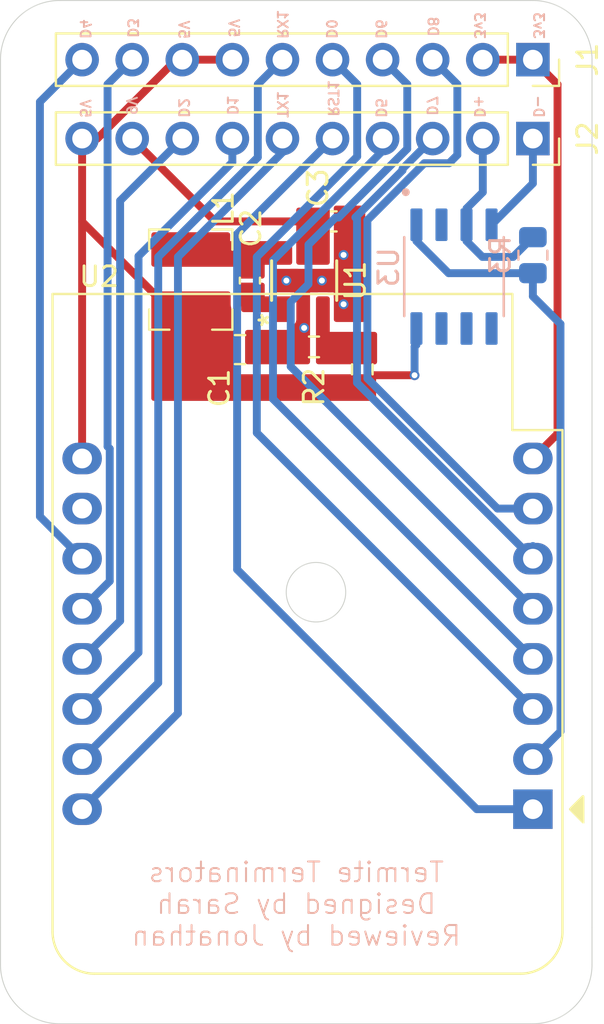
<source format=kicad_pcb>
(kicad_pcb (version 20240108) (generator "pcbnew") (generator_version "8.0")
  (layers (0 "F.Cu" signal) (1 "In1.Cu" power) (2 "In2.Cu" power) (31 "B.Cu" signal) (34 "B.Paste" user) (35 "F.Paste" user) (36 "B.SilkS" user "B.Silkscreen") (37 "F.SilkS" user "F.Silkscreen") (38 "B.Mask" user) (39 "F.Mask" user) (44 "Edge.Cuts" user))
  (net 0 "")
  (net 1 "+5V")
  (net 2 "/BUCK_CB")
  (net 3 "/BUCK_SW")
  (net 4 "/BUCK_FB")
  (net 5 "9V1")
  (net 6 "D0")
  (net 7 "MISO{slash}D6")
  (net 8 "SCL{slash}D1")
  (net 9 "RST1")
  (net 10 "MOSI{slash}D7")
  (net 11 "SDA{slash}D2")
  (net 12 "D3")
  (net 13 "RX1")
  (net 14 "3v3")
  (net 15 "CS{slash}D8")
  (net 16 "A0")
  (net 17 "SCK{slash}D5")
  (net 18 "TX1")
  (net 19 "D4")
  (net 23 "PdiodeA+")
  (net 24 "PdiodeC-")
  (footprint "Inductor_SMD:L_Bourns-SRN4018" (layer "F.Cu") (at 74.649999 97.15 90)
    (property "Reference" "L1" (at 3.6 1.65 90) (layer "F.SilkS"))
    (property "Value" "L" (hide yes))
    (fp_line (start 1.515 -2.11) (end 2.54 -2.11) (stroke (width 0.12)) (layer "F.SilkS"))
    (fp_line (start -1.515 -2.11) (end -2.54 -2.11) (stroke (width 0.12)) (layer "F.SilkS"))
    (fp_line (start 2.54 -1.085) (end 2.54 -2.11) (stroke (width 0.12)) (layer "F.SilkS"))
    (fp_line (start -2.54 -1.085) (end -2.54 -2.11) (stroke (width 0.12)) (layer "F.SilkS"))
    (fp_line (start 2.54 1.085) (end 2.54 2.11) (stroke (width 0.12)) (layer "F.SilkS"))
    (fp_line (start -2.54 1.085) (end -2.54 2.11) (stroke (width 0.12)) (layer "F.SilkS"))
    (fp_line (start 1.515 2.11) (end 2.54 2.11) (stroke (width 0.12)) (layer "F.SilkS"))
    (fp_line (start -1.515 2.11) (end -2.54 2.11) (stroke (width 0.12)) (layer "F.SilkS"))
    (pad "1" smd rect (at -1.525 0 90) (size 1.5 3.6) (layers "F.Cu" "F.Paste" "F.Mask") (net 1 "+5V"))
    (pad "2" smd rect (at 1.525 0 90) (size 1.5 3.6) (layers "F.Cu" "F.Paste" "F.Mask") (net 3 "/BUCK_SW"))
  )
  (footprint "buck:SOT-23-6_DBV_TEX" (layer "F.Cu") (at 80.399999 97.200001 90)
    (property "Reference" "U1" (at 0.000001 2.6 90) (layer "F.SilkS"))
    (property "Value" "PLMR51610XDBVR" (hide yes))
    (fp_line (start -1.0033 -1.651) (end 1.0033 -1.651) (stroke (width 0.1524)) (layer "F.SilkS"))
    (fp_line (start 1.0033 1.651) (end -1.0033 1.651) (stroke (width 0.1524)) (layer "F.SilkS"))
    (fp_text user "*" (at -2 -1.75 90) (layer "F.SilkS"))
    (pad "1" smd rect (at -1.362451 -0.950001 90) (size 0.972299 0.558) (layers "F.Cu" "F.Paste" "F.Mask") (net 2 "/BUCK_CB"))
    (pad "2" smd rect (at -1.362451 0 90) (size 0.972299 0.558) (layers "F.Cu" "F.Paste" "F.Mask") (net 24 "PdiodeC-"))
    (pad "3" smd rect (at -1.362451 0.950001 90) (size 0.972299 0.558) (layers "F.Cu" "F.Paste" "F.Mask") (net 4 "/BUCK_FB"))
    (pad "4" smd rect (at 1.362451 0.950001 90) (size 0.972299 0.558) (layers "F.Cu" "F.Paste" "F.Mask") (net 5 "9V1"))
    (pad "5" smd rect (at 1.362451 0 90) (size 0.972299 0.558) (layers "F.Cu" "F.Paste" "F.Mask") (net 5 "9V1"))
    (pad "6" smd rect (at 1.362451 -0.950001 90) (size 0.972299 0.558) (layers "F.Cu" "F.Paste" "F.Mask") (net 3 "/BUCK_SW"))
  )
  (footprint "Resistor_SMD:R_0603_1608Metric_Pad0.98x0.95mm_HandSolder" (layer "F.Cu") (at 80.899999 100.562452 180)
    (property "Reference" "R2" (at 0 -2.037548 90) (layer "F.SilkS"))
    (property "Value" "22.1k")
    (fp_line (start 0.254724 0.5225) (end -0.254724 0.5225) (stroke (width 0.12)) (layer "F.SilkS"))
    (fp_line (start 0.254724 -0.5225) (end -0.254724 -0.5225) (stroke (width 0.12)) (layer "F.SilkS"))
    (pad "1" smd roundrect (at -0.9125 0 180) (size 0.975 0.95) (layers "F.Cu" "F.Paste" "F.Mask") (net 4 "/BUCK_FB"))
    (pad "2" smd roundrect (at 0.9125 0 180) (size 0.975 0.95) (layers "F.Cu" "F.Paste" "F.Mask") (net 24 "PdiodeC-"))
  )
  (footprint "Capacitor_SMD:C_0805_2012Metric_Pad1.18x1.45mm_HandSolder" (layer "F.Cu") (at 77.149999 100.700001 180)
    (property "Reference" "C1" (at 1.05 -1.949999 90) (layer "F.SilkS"))
    (property "Value" "22µ")
    (fp_line (start 0.261252 0.735) (end -0.261252 0.735) (stroke (width 0.12)) (layer "F.SilkS"))
    (fp_line (start 0.261252 -0.735) (end -0.261252 -0.735) (stroke (width 0.12)) (layer "F.SilkS"))
    (pad "1" smd roundrect (at -1.0375 0 180) (size 1.175 1.45) (layers "F.Cu" "F.Paste" "F.Mask") (roundrect_rratio 0.2127659574) (net 24 "PdiodeC-"))
    (pad "2" smd roundrect (at 1.0375 0 180) (size 1.175 1.45) (layers "F.Cu" "F.Paste" "F.Mask") (roundrect_rratio 0.2127659574) (net 1 "+5V"))
  )
  (footprint "Connector_PinSocket_2.54mm:PinSocket_1x10_P2.54mm_Vertical" (layer "F.Cu") (at 91.999999 86 -90)
    (property "Reference" "J1" (at 0 -2.77 90) (layer "F.SilkS"))
    (property "Value" "Conn_01x10_Pin" (hide yes))
    (fp_line (start -1.33 24.19) (end 1.33 24.19) (stroke (width 0.12)) (layer "F.SilkS"))
    (fp_line (start -1.33 1.27) (end -1.33 24.19) (stroke (width 0.12)) (layer "F.SilkS"))
    (fp_line (start -1.33 1.27) (end 1.33 1.27) (stroke (width 0.12)) (layer "F.SilkS"))
    (fp_line (start 1.33 1.27) (end 1.33 24.19) (stroke (width 0.12)) (layer "F.SilkS"))
    (fp_line (start 0 -1.33) (end 1.33 -1.33) (stroke (width 0.12)) (layer "F.SilkS"))
    (fp_line (start 1.33 -1.33) (end 1.33 0) (stroke (width 0.12)) (layer "F.SilkS"))
    (pad "1" thru_hole rect (at 0 0 270) (size 1.7 1.7) (drill 1) (layers "*.Cu" "*.Mask") (net 14 "3v3"))
    (pad "2" thru_hole oval (at 0 2.54 270) (size 1.7 1.7) (drill 1) (layers "*.Cu" "*.Mask") (net 14 "3v3"))
    (pad "3" thru_hole oval (at 0 5.08 270) (size 1.7 1.7) (drill 1) (layers "*.Cu" "*.Mask") (net 15 "CS{slash}D8"))
    (pad "4" thru_hole oval (at 0 7.62 270) (size 1.7 1.7) (drill 1) (layers "*.Cu" "*.Mask") (net 7 "MISO{slash}D6"))
    (pad "5" thru_hole oval (at 0 10.16 270) (size 1.7 1.7) (drill 1) (layers "*.Cu" "*.Mask") (net 6 "D0"))
    (pad "6" thru_hole oval (at 0 12.7 270) (size 1.7 1.7) (drill 1) (layers "*.Cu" "*.Mask") (net 13 "RX1"))
    (pad "7" thru_hole oval (at 0 15.24 270) (size 1.7 1.7) (drill 1) (layers "*.Cu" "*.Mask") (net 1 "+5V"))
    (pad "8" thru_hole oval (at 0 17.78 270) (size 1.7 1.7) (drill 1) (layers "*.Cu" "*.Mask") (net 1 "+5V"))
    (pad "9" thru_hole oval (at 0 20.32 270) (size 1.7 1.7) (drill 1) (layers "*.Cu" "*.Mask") (net 12 "D3"))
    (pad "10" thru_hole oval (at 0 22.86 270) (size 1.7 1.7) (drill 1) (layers "*.Cu" "*.Mask") (net 19 "D4"))
  )
  (footprint "Capacitor_SMD:C_0603_1608Metric_Pad1.08x0.95mm_HandSolder" (layer "F.Cu") (at 81.899999 94.200001 180)
    (property "Reference" "C3" (at 0.8 1.700001 90) (layer "F.SilkS"))
    (property "Value" "2.2µ")
    (fp_line (start 0.146267 0.51) (end -0.146267 0.51) (stroke (width 0.12)) (layer "F.SilkS"))
    (fp_line (start 0.146267 -0.51) (end -0.146267 -0.51) (stroke (width 0.12)) (layer "F.SilkS"))
    (pad "1" smd roundrect (at -0.8625 0 180) (size 1.075 0.95) (layers "F.Cu" "F.Paste" "F.Mask") (net 24 "PdiodeC-"))
    (pad "2" smd roundrect (at 0.8625 0 180) (size 1.075 0.95) (layers "F.Cu" "F.Paste" "F.Mask") (net 5 "9V1"))
  )
  (footprint "Resistor_SMD:R_0603_1608Metric_Pad0.98x0.95mm_HandSolder" (layer "F.Cu") (at 83.35 101.7 90)
    (property "Reference" "R1" (hide yes))
    (property "Value" "118k" (hide yes))
    (fp_line (start 0.254724 -0.5225) (end -0.254724 -0.5225) (stroke (width 0.12)) (layer "F.SilkS"))
    (fp_line (start 0.254724 0.5225) (end -0.254724 0.5225) (stroke (width 0.12)) (layer "F.SilkS"))
    (pad "1" smd roundrect (at -0.9125 0 90) (size 0.975 0.95) (layers "F.Cu" "F.Paste" "F.Mask") (net 1 "+5V"))
    (pad "2" smd roundrect (at 0.9125 0 90) (size 0.975 0.95) (layers "F.Cu" "F.Paste" "F.Mask") (net 4 "/BUCK_FB"))
  )
  (footprint "Capacitor_SMD:C_0603_1608Metric_Pad1.08x0.95mm_HandSolder" (layer "F.Cu") (at 77.649999 97.200001 90)
    (property "Reference" "C2" (at 2.650001 0.05 90) (layer "F.SilkS"))
    (property "Value" "100n")
    (fp_line (start 0.146267 -0.51) (end -0.146267 -0.51) (stroke (width 0.12)) (layer "F.SilkS"))
    (fp_line (start 0.146267 0.51) (end -0.146267 0.51) (stroke (width 0.12)) (layer "F.SilkS"))
    (pad "1" smd roundrect (at -0.8625 0 90) (size 1.075 0.95) (layers "F.Cu" "F.Paste" "F.Mask") (net 2 "/BUCK_CB"))
    (pad "2" smd roundrect (at 0.8625 0 90) (size 1.075 0.95) (layers "F.Cu" "F.Paste" "F.Mask") (net 3 "/BUCK_SW"))
  )
  (footprint "Module:WEMOS_D1_mini_light" (layer "F.Cu") (at 91.999999 124 180)
    (property "Reference" "U2" (at 22 27 0) (layer "F.SilkS"))
    (property "Value" "WeMos_D1_mini")
    (fp_line (start 24.36 26.12) (end 24.36 -6.21) (stroke (width 0.12)) (layer "F.SilkS"))
    (fp_line (start 22.24 -8.34) (end 0.63 -8.34) (stroke (width 0.12)) (layer "F.SilkS"))
    (fp_line (start 1.04 26.12) (end 24.36 26.12) (stroke (width 0.12)) (layer "F.SilkS"))
    (fp_line (start 1.04 19.22) (end 1.04 26.12) (stroke (width 0.12)) (layer "F.SilkS"))
    (fp_line (start -1.5 19.22) (end 1.04 19.22) (stroke (width 0.12)) (layer "F.SilkS"))
    (fp_line (start -1.5 19.22) (end -1.5 -6.21) (stroke (width 0.12)) (layer "F.SilkS"))
    (fp_arc (start 22.23 -8.34) (mid 23.736137 -7.716137) (end 24.36 -6.21) (stroke (width 0.12)) (layer "F.SilkS"))
    (fp_arc (start -1.5 -6.21) (mid -0.876137 -7.716137) (end 0.63 -8.34) (stroke (width 0.12)) (layer "F.SilkS"))
    (fp_poly (pts (xy -2.54 -0.635) (xy -2.54 0.635) (xy -1.905 0)) (stroke (width 0.15)) (fill solid) (layer "F.SilkS"))
    (pad "1" thru_hole rect (at 0 0 180) (size 2 2) (drill 1) (layers "*.Cu" "*.Mask") (net 9 "RST1"))
    (pad "2" thru_hole oval (at 0 2.54 180) (size 2 1.6) (drill 1) (layers "*.Cu" "*.Mask") (net 16 "A0"))
    (pad "3" thru_hole oval (at 0 5.08 180) (size 2 1.6) (drill 1) (layers "*.Cu" "*.Mask") (net 6 "D0"))
    (pad "4" thru_hole oval (at 0 7.62 180) (size 2 1.6) (drill 1) (layers "*.Cu" "*.Mask") (net 17 "SCK{slash}D5"))
    (pad "5" thru_hole oval (at 0 10.16 180) (size 2 1.6) (drill 1) (layers "*.Cu" "*.Mask") (net 7 "MISO{slash}D6"))
    (pad "6" thru_hole oval (at 0 12.7 180) (size 2 1.6) (drill 1) (layers "*.Cu" "*.Mask") (net 10 "MOSI{slash}D7"))
    (pad "7" thru_hole oval (at 0 15.24 180) (size 2 1.6) (drill 1) (layers "*.Cu" "*.Mask") (net 15 "CS{slash}D8"))
    (pad "8" thru_hole oval (at 0 17.78 180) (size 2 1.6) (drill 1) (layers "*.Cu" "*.Mask") (net 14 "3v3"))
    (pad "9" thru_hole oval (at 22.86 17.78 180) (size 2 1.6) (drill 1) (layers "*.Cu" "*.Mask") (net 1 "+5V"))
    (pad "10" thru_hole oval (at 22.86 15.24 180) (size 2 1.6) (drill 1) (layers "*.Cu" "*.Mask") (net 24 "PdiodeC-"))
    (pad "11" thru_hole oval (at 22.86 12.7 180) (size 2 1.6) (drill 1) (layers "*.Cu" "*.Mask") (net 19 "D4"))
    (pad "12" thru_hole oval (at 22.86 10.16 180) (size 2 1.6) (drill 1) (layers "*.Cu" "*.Mask") (net 12 "D3"))
    (pad "13" thru_hole oval (at 22.86 7.62 180) (size 2 1.6) (drill 1) (layers "*.Cu" "*.Mask") (net 11 "SDA{slash}D2"))
    (pad "14" thru_hole oval (at 22.86 5.08 180) (size 2 1.6) (drill 1) (layers "*.Cu" "*.Mask") (net 8 "SCL{slash}D1"))
    (pad "15" thru_hole oval (at 22.86 2.54 180) (size 2 1.6) (drill 1) (layers "*.Cu" "*.Mask") (net 13 "RX1"))
    (pad "16" thru_hole oval (at 22.86 0 180) (size 2 1.6) (drill 1) (layers "*.Cu" "*.Mask") (net 18 "TX1"))
  )
  (footprint "Connector_PinSocket_2.54mm:PinSocket_1x10_P2.54mm_Vertical" (layer "F.Cu") (at 91.999999 90 -90)
    (property "Reference" "J2" (at 0 -2.77 90) (layer "F.SilkS"))
    (property "Value" "Conn_01x10_Pin" (hide yes))
    (fp_line (start -1.33 24.19) (end 1.33 24.19) (stroke (width 0.12)) (layer "F.SilkS"))
    (fp_line (start -1.33 1.27) (end -1.33 24.19) (stroke (width 0.12)) (layer "F.SilkS"))
    (fp_line (start -1.33 1.27) (end 1.33 1.27) (stroke (width 0.12)) (layer "F.SilkS"))
    (fp_line (start 1.33 1.27) (end 1.33 24.19) (stroke (width 0.12)) (layer "F.SilkS"))
    (fp_line (start 0 -1.33) (end 1.33 -1.33) (stroke (width 0.12)) (layer "F.SilkS"))
    (fp_line (start 1.33 -1.33) (end 1.33 0) (stroke (width 0.12)) (layer "F.SilkS"))
    (pad "1" thru_hole rect (at 0 0 270) (size 1.7 1.7) (drill 1) (layers "*.Cu" "*.Mask") (net 24 "PdiodeC-"))
    (pad "2" thru_hole oval (at 0 2.54 270) (size 1.7 1.7) (drill 1) (layers "*.Cu" "*.Mask") (net 23 "PdiodeA+"))
    (pad "3" thru_hole oval (at 0 5.08 270) (size 1.7 1.7) (drill 1) (layers "*.Cu" "*.Mask") (net 10 "MOSI{slash}D7"))
    (pad "4" thru_hole oval (at 0 7.62 270) (size 1.7 1.7) (drill 1) (layers "*.Cu" "*.Mask") (net 17 "SCK{slash}D5"))
    (pad "5" thru_hole oval (at 0 10.16 270) (size 1.7 1.7) (drill 1) (layers "*.Cu" "*.Mask") (net 9 "RST1"))
    (pad "6" thru_hole oval (at 0 12.7 270) (size 1.7 1.7) (drill 1) (layers "*.Cu" "*.Mask") (net 18 "TX1"))
    (pad "7" thru_hole oval (at 0 15.24 270) (size 1.7 1.7) (drill 1) (layers "*.Cu" "*.Mask") (net 8 "SCL{slash}D1"))
    (pad "8" thru_hole oval (at 0 17.78 270) (size 1.7 1.7) (drill 1) (layers "*.Cu" "*.Mask") (net 11 "SDA{slash}D2"))
    (pad "9" thru_hole oval (at 0 20.32 270) (size 1.7 1.7) (drill 1) (layers "*.Cu" "*.Mask") (net 5 "9V1"))
    (pad "10" thru_hole oval (at 0 22.86 270) (size 1.7 1.7) (drill 1) (layers "*.Cu" "*.Mask") (net 1 "+5V"))
  )
  (footprint "Resistor_SMD:R_0805_2012Metric" (layer "B.Cu") (at 91.999999 95.9125 -90)
    (property "Reference" "R3" (at 0 1.65 90) (layer "B.SilkS") (effects (justify mirror)))
    (property "Value" "R")
    (fp_line (start 0.227064 0.735) (end -0.227064 0.735) (stroke (width 0.12)) (layer "B.SilkS"))
    (fp_line (start 0.227064 -0.735) (end -0.227064 -0.735) (stroke (width 0.12)) (layer "B.SilkS"))
    (pad "1" smd roundrect (at -0.9125 0 270) (size 1.025 1.4) (layers "B.Cu" "B.Paste" "B.Mask") (roundrect_rratio 0.243902) (net 23 "PdiodeA+"))
    (pad "2" smd roundrect (at 0.9125 0 270) (size 1.025 1.4) (layers "B.Cu" "B.Paste" "B.Mask") (roundrect_rratio 0.243902) (net 16 "A0"))
  )
  (footprint "MCP6042-E_SN:SOIC127P600X175-8N" (layer "B.Cu") (at 87.999999 97 -90)
    (property "Reference" "U3" (at -0.475 3.312 90) (layer "B.SilkS") (effects (justify mirror)))
    (property "Value" "MCP6042-E_SN")
    (fp_line (start 2 2.5235) (end -2 2.5235) (stroke (width 0.127)) (layer "B.SilkS"))
    (fp_line (start 2 -2.5235) (end -2 -2.5235) (stroke (width 0.127)) (layer "B.SilkS"))
    (fp_circle (center -4.28 2.445) (end -4.18 2.445) (stroke (width 0.2)) (fill none) (layer "B.SilkS"))
    (pad "1" smd roundrect (at -2.63 1.905 270) (size 1.65 0.61) (layers "B.Cu" "B.Paste" "B.Mask") (roundrect_rratio 0.125) (net 16 "A0"))
    (pad "2" smd roundrect (at -2.63 0.635 270) (size 1.65 0.61) (layers "B.Cu" "B.Paste" "B.Mask") (roundrect_rratio 0.125) (net 24 "PdiodeC-"))
    (pad "3" smd roundrect (at -2.63 -0.635 270) (size 1.65 0.61) (layers "B.Cu" "B.Paste" "B.Mask") (roundrect_rratio 0.125) (net 23 "PdiodeA+"))
    (pad "4" smd roundrect (at -2.63 -1.905 270) (size 1.65 0.61) (layers "B.Cu" "B.Paste" "B.Mask") (roundrect_rratio 0.125) (net 24 "PdiodeC-"))
    (pad "5" smd roundrect (at 2.63 -1.905 270) (size 1.65 0.61) (layers "B.Cu" "B.Paste" "B.Mask") (roundrect_rratio 0.125))
    (pad "6" smd roundrect (at 2.63 -0.635 270) (size 1.65 0.61) (layers "B.Cu" "B.Paste" "B.Mask") (roundrect_rratio 0.125))
    (pad "7" smd roundrect (at 2.63 0.635 270) (size 1.65 0.61) (layers "B.Cu" "B.Paste" "B.Mask") (roundrect_rratio 0.125))
    (pad "8" smd roundrect (at 2.63 1.905 270) (size 1.65 0.61) (layers "B.Cu" "B.Paste" "B.Mask") (roundrect_rratio 0.125) (net 1 "+5V"))
  )
  (gr_arc (start 64.999999 86) (mid 65.878679 83.87868) (end 67.999999 83) (stroke (width 0.05)) (layer "Edge.Cuts"))
  (gr_arc (start 79.933393 114.066606) (mid 79.933393 111.933394) (end 82.066605 111.933394) (stroke (width 0.05)) (layer "Edge.Cuts"))
  (gr_line (start 64.999999 131.87868) (end 64.999999 130) (stroke (width 0.05)) (layer "Edge.Cuts"))
  (gr_line (start 94.999999 131.87868) (end 94.999999 130) (stroke (width 0.05)) (layer "Edge.Cuts"))
  (gr_arc (start 91.999999 83) (mid 94.121319 83.87868) (end 94.999999 86) (stroke (width 0.05)) (layer "Edge.Cuts"))
  (gr_line (start 67.999999 134.87868) (end 91.999999 134.87868) (stroke (width 0.05)) (layer "Edge.Cuts"))
  (gr_arc (start 82.066605 111.933394) (mid 82.097481 111.965191) (end 82.127409 111.997881) (stroke (width 0.05)) (layer "Edge.Cuts"))
  (gr_arc (start 82.127409 111.997881) (mid 82.034808 114.097482) (end 79.933393 114.066606) (stroke (width 0.05)) (layer "Edge.Cuts"))
  (gr_line (start 94.999999 130) (end 94.999999 86) (stroke (width 0.05)) (layer "Edge.Cuts"))
  (gr_line (start 64.999999 86) (end 64.999999 130) (stroke (width 0.05)) (layer "Edge.Cuts"))
  (gr_arc (start 94.999999 131.87868) (mid 94.121319 134) (end 91.999999 134.87868) (stroke (width 0.05)) (layer "Edge.Cuts"))
  (gr_arc (start 67.999999 134.87868) (mid 65.878679 134) (end 64.999999 131.87868) (stroke (width 0.05)) (layer "Edge.Cuts"))
  (gr_line (start 67.999999 83) (end 91.999999 83) (stroke (width 0.05)) (layer "Edge.Cuts"))
  (gr_text "5V\n" (at 76.5385 84.923887 270) (layer "B.SilkS") (effects (font (size 0.5 0.5) (thickness 0.1)) (justify left bottom mirror)))
  (gr_text "D1\n" (at 76.464589 88.865807 270) (layer "B.SilkS") (effects (font (size 0.5 0.5) (thickness 0.1)) (justify left bottom mirror)))
  (gr_text "TX1" (at 78.999999 89 270) (layer "B.SilkS") (effects (font (size 0.5 0.5) (thickness 0.1)) (justify left bottom mirror)))
  (gr_text "D4\n" (at 68.999999 85 270) (layer "B.SilkS") (effects (font (size 0.5 0.5) (thickness 0.1)) (justify left bottom mirror)))
  (gr_text "RX1\n" (at 78.999999 85 270) (layer "B.SilkS") (effects (font (size 0.5 0.5) (thickness 0.1)) (justify left bottom mirror)))
  (gr_text "3v3\n" (at 91.999999 85 -90) (layer "B.SilkS") (effects (font (size 0.5 0.5) (thickness 0.1)) (justify left bottom mirror)))
  (gr_text "D3\n" (at 71.414003 84.948524 270) (layer "B.SilkS") (effects (font (size 0.5 0.5) (thickness 0.1)) (justify left bottom mirror)))
  (gr_text "D5" (at 83.999999 89 270) (layer "B.SilkS") (effects (font (size 0.5 0.5) (thickness 0.1)) (justify left bottom mirror)))
  (gr_text "5V\n" (at 68.999999 89 270) (layer "B.SilkS") (effects (font (size 0.5 0.5) (thickness 0.1)) (justify left bottom mirror)))
  (gr_text "D6\n" (at 83.999999 85 270) (layer "B.SilkS") (effects (font (size 0.5 0.5) (thickness 0.1)) (justify left bottom mirror)))
  (gr_text "3v3\n" (at 88.999999 85 -90) (layer "B.SilkS") (effects (font (size 0.5 0.5) (thickness 0.1)) (justify left bottom mirror)))
  (gr_text "D0\n" (at 81.490537 84.997798 270) (layer "B.SilkS") (effects (font (size 0.5 0.5) (thickness 0.1)) (justify left bottom mirror)))
  (gr_text "D-\n" (at 91.999999 89 270) (layer "B.SilkS") (effects (font (size 0.5 0.5) (thickness 0.1)) (justify left bottom mirror)))
  (gr_text "D+" (at 88.999999 89 270) (layer "B.SilkS") (effects (font (size 0.5 0.5) (thickness 0.1)) (justify left bottom mirror)))
  (gr_text "Termite Terminators\nDesigned by Sarah\nReviewed by Jonathan" (at 79.999999 131 0) (layer "B.SilkS") (effects (font (size 1 1) (thickness 0.1)) (justify bottom mirror)))
  (gr_text "D8\n" (at 86.63967 84.874613 270) (layer "B.SilkS") (effects (font (size 0.5 0.5) (thickness 0.1)) (justify left bottom mirror)))
  (gr_text "D2" (at 73.999999 89 270) (layer "B.SilkS") (effects (font (size 0.5 0.5) (thickness 0.1)) (justify left bottom mirror)))
  (gr_text "5V\n" (at 73.999999 85 270) (layer "B.SilkS") (effects (font (size 0.5 0.5) (thickness 0.1)) (justify left bottom mirror)))
  (gr_text "RST1\n" (at 81.576767 88.939718 270) (layer "B.SilkS") (effects (font (size 0.5 0.5) (thickness 0.1)) (justify left bottom mirror)))
  (gr_text "D7\n" (at 86.590396 88.890444 270) (layer "B.SilkS") (effects (font (size 0.5 0.5) (thickness 0.1)) (justify left bottom mirror)))
  (gr_text "9V\n" (at 71.352411 88.853489 270) (layer "B.SilkS") (effects (font (size 0.5 0.5) (thickness 0.1)) (justify left bottom mirror)))
  (segment (start 76.759999 86) (end 74.219999 86) (width 0.4) (layer "F.Cu") (net 1))
  (segment (start 73.912232 86) (end 69.912232 90) (width 0.4) (layer "F.Cu") (net 1))
  (segment (start 74.219999 86) (end 73.912232 86) (width 0.4) (layer "F.Cu") (net 1))
  (segment (start 83.9625 102) (end 83.35 102.6125) (width 0.4) (layer "F.Cu") (net 1))
  (segment (start 69.139999 90) (end 69.139999 94.215) (width 0.4) (layer "F.Cu") (net 1))
  (segment (start 69.139999 94.215) (end 73.599999 98.675) (width 0.4) (layer "F.Cu") (net 1))
  (segment (start 69.139999 106.22) (end 69.139999 94.215) (width 0.4) (layer "F.Cu") (net 1))
  (segment (start 69.912232 90) (end 69.139999 90) (width 0.4) (layer "F.Cu") (net 1))
  (segment (start 73.599999 98.675) (end 74.649999 98.675) (width 0.4) (layer "F.Cu") (net 1))
  (segment (start 85.999999 102) (end 83.9625 102) (width 0.4) (layer "F.Cu") (net 1))
  (via (at 85.999999 102) (size 0.5) (drill 0.3) (layers "F.Cu" "B.Cu") (net 1))
  (segment (start 86.094999 100.454999) (end 85.999999 100.549999) (width 0.4) (layer "B.Cu") (net 1))
  (segment (start 85.999999 100.549999) (end 85.999999 102) (width 0.4) (layer "B.Cu") (net 1))
  (segment (start 86.094999 99.63) (end 86.094999 100.454999) (width 0.4) (layer "B.Cu") (net 1))
  (segment (start 71.679999 90) (end 75.88 94.200001) (width 0.4) (layer "F.Cu") (net 5))
  (segment (start 75.88 94.200001) (end 81.037499 94.200001) (width 0.4) (layer "F.Cu") (net 5))
  (segment (start 77.999999 96) (end 77.999999 104.92) (width 0.4) (layer "B.Cu") (net 6))
  (segment (start 83.089999 90.91) (end 77.999999 96) (width 0.4) (layer "B.Cu") (net 6))
  (segment (start 81.839999 86) (end 83.089999 87.25) (width 0.4) (layer "B.Cu") (net 6))
  (segment (start 83.089999 87.25) (end 83.089999 90.91) (width 0.4) (layer "B.Cu") (net 6))
  (segment (start 77.999999 104.92) (end 91.999999 118.92) (width 0.4) (layer "B.Cu") (net 6))
  (segment (start 85.629999 87.25) (end 84.379999 86) (width 0.4) (layer "B.Cu") (net 7))
  (segment (start 79.719999 98.28) (end 80.619999 97.38) (width 0.4) (layer "B.Cu") (net 7))
  (segment (start 80.619999 97.38) (end 80.619999 95.38) (width 0.4) (layer "B.Cu") (net 7))
  (segment (start 80.619999 95.38) (end 81.999999 94) (width 0.4) (layer "B.Cu") (net 7))
  (segment (start 81.999999 94) (end 82.147766 94) (width 0.4) (layer "B.Cu") (net 7))
  (segment (start 91.999999 113.84) (end 79.719999 101.56) (width 0.4) (layer "B.Cu") (net 7))
  (segment (start 79.719999 101.56) (end 79.719999 98.28) (width 0.4) (layer "B.Cu") (net 7))
  (segment (start 85.629999 90.517767) (end 85.629999 87.25) (width 0.4) (layer "B.Cu") (net 7))
  (segment (start 82.147766 94) (end 85.629999 90.517767) (width 0.4) (layer "B.Cu") (net 7))
  (segment (start 71.999999 95.962081) (end 71.999999 116.06) (width 0.4) (layer "B.Cu") (net 8))
  (segment (start 71.999999 116.06) (end 69.139999 118.92) (width 0.4) (layer "B.Cu") (net 8))
  (segment (start 76.759999 91.202081) (end 71.999999 95.962081) (width 0.4) (layer "B.Cu") (net 8))
  (segment (start 76.759999 90) (end 76.759999 91.202081) (width 0.4) (layer "B.Cu") (net 8))
  (segment (start 89.152468 124) (end 91.999999 124) (width 0.4) (layer "B.Cu") (net 9))
  (segment (start 81.839999 90) (end 76.999999 94.84) (width 0.4) (layer "B.Cu") (net 9))
  (segment (start 76.999999 111.847531) (end 89.152468 124) (width 0.4) (layer "B.Cu") (net 9))
  (segment (start 76.999999 94.84) (end 76.999999 111.847531) (width 0.4) (layer "B.Cu") (net 9))
  (segment (start 86.919999 90) (end 86.999999 90) (width 0.4) (layer "F.Cu") (net 10))
  (segment (start 83.079999 102.38) (end 91.999999 111.3) (width 0.4) (layer "B.Cu") (net 10))
  (segment (start 86.919999 90) (end 85.389999 91.53) (width 0.4) (layer "B.Cu") (net 10))
  (segment (start 82.999999 94) (end 83.079999 94.08) (width 0.4) (layer "B.Cu") (net 10))
  (segment (start 83.079999 94.08) (end 83.079999 102.38) (width 0.4) (layer "B.Cu") (net 10))
  (segment (start 85.389999 91.61) (end 82.999999 94) (width 0.4) (layer "B.Cu") (net 10))
  (segment (start 91.999999 110.657056) (end 91.999999 111.3) (width 0.4) (layer "B.Cu") (net 10))
  (segment (start 85.389999 91.53) (end 85.389999 91.61) (width 0.4) (layer "B.Cu") (net 10))
  (segment (start 71.066999 93.153) (end 71.066999 114.453) (width 0.4) (layer "B.Cu") (net 11))
  (segment (start 74.219999 90) (end 71.066999 93.153) (width 0.4) (layer "B.Cu") (net 11))
  (segment (start 71.066999 114.453) (end 69.139999 116.38) (width 0.4) (layer "B.Cu") (net 11))
  (segment (start 70.429999 87.25) (end 70.429999 105.612944) (width 0.4) (layer "B.Cu") (net 12))
  (segment (start 70.539999 105.722944) (end 70.539999 112.44) (width 0.4) (layer "B.Cu") (net 12))
  (segment (start 70.429999 105.612944) (end 70.539999 105.722944) (width 0.4) (layer "B.Cu") (net 12))
  (segment (start 70.539999 112.44) (end 69.139999 113.84) (width 0.4) (layer "B.Cu") (net 12))
  (segment (start 71.679999 86) (end 70.429999 87.25) (width 0.4) (layer "B.Cu") (net 12))
  (segment (start 78.049999 87.25) (end 78.049999 90.95) (width 0.4) (layer "B.Cu") (net 13))
  (segment (start 78.049999 90.95) (end 72.999999 96) (width 0.4) (layer "B.Cu") (net 13))
  (segment (start 72.999999 117.6) (end 69.139999 121.46) (width 0.4) (layer "B.Cu") (net 13))
  (segment (start 72.999999 96) (end 72.999999 117.6) (width 0.4) (layer "B.Cu") (net 13))
  (segment (start 79.299999 86) (end 78.049999 87.25) (width 0.4) (layer "B.Cu") (net 13))
  (segment (start 89.459999 86) (end 91.999999 86) (width 0.4) (layer "F.Cu") (net 14))
  (segment (start 93.249999 104.97) (end 91.999999 106.22) (width 0.4) (layer "F.Cu") (net 14))
  (segment (start 93.249999 87.25) (end 93.249999 104.97) (width 0.4) (layer "F.Cu") (net 14))
  (segment (start 91.999999 86) (end 93.249999 87.25) (width 0.4) (layer "F.Cu") (net 14))
  (segment (start 90.205289 108.76) (end 83.606999 102.16171) (width 0.4) (layer "B.Cu") (net 15))
  (segment (start 87.749999 91.25) (end 88.169999 90.83) (width 0.4) (layer "B.Cu") (net 15))
  (segment (start 86.495289 91.25) (end 87.749999 91.25) (width 0.4) (layer "B.Cu") (net 15))
  (segment (start 91.999999 108.76) (end 90.205289 108.76) (width 0.4) (layer "B.Cu") (net 15))
  (segment (start 88.169999 90.83) (end 88.169999 87.25) (width 0.4) (layer "B.Cu") (net 15))
  (segment (start 83.606999 94.13829) (end 86.495289 91.25) (width 0.4) (layer "B.Cu") (net 15))
  (segment (start 88.169999 87.25) (end 86.919999 86) (width 0.4) (layer "B.Cu") (net 15))
  (segment (start 83.606999 102.16171) (end 83.606999 94.13829) (width 0.4) (layer "B.Cu") (net 15))
  (segment (start 86.094999 95.194999) (end 86.094999 94.37) (width 0.4) (layer "B.Cu") (net 16))
  (segment (start 93.399999 120.06) (end 91.999999 121.46) (width 0.4) (layer "B.Cu") (net 16))
  (segment (start 93.399999 99.4) (end 93.399999 120.06) (width 0.4) (layer "B.Cu") (net 16))
  (segment (start 91.999999 98) (end 93.399999 99.4) (width 0.4) (layer "B.Cu") (net 16))
  (segment (start 87.725 96.825) (end 86.094999 95.194999) (width 0.4) (layer "B.Cu") (net 16))
  (segment (start 91.999999 96.825) (end 91.999999 98) (width 0.4) (layer "B.Cu") (net 16))
  (segment (start 91.999999 96.825) (end 87.725 96.825) (width 0.4) (layer "B.Cu") (net 16))
  (segment (start 78.819999 103.2) (end 91.999999 116.38) (width 0.4) (layer "B.Cu") (net 17))
  (segment (start 78.819999 96.18) (end 78.819999 103.2) (width 0.4) (layer "B.Cu") (net 17))
  (segment (start 84.379999 90.62) (end 78.819999 96.18) (width 0.4) (layer "B.Cu") (net 17))
  (segment (start 84.379999 90) (end 84.379999 90.62) (width 0.4) (layer "B.Cu") (net 17))
  (segment (start 73.999999 96) (end 73.999999 119.14) (width 0.4) (layer "B.Cu") (net 18))
  (segment (start 79.299999 90) (end 79.299999 90.7) (width 0.4) (layer "B.Cu") (net 18))
  (segment (start 73.999999 119.14) (end 69.139999 124) (width 0.4) (layer "B.Cu") (net 18))
  (segment (start 79.299999 90.7) (end 73.999999 96) (width 0.4) (layer "B.Cu") (net 18))
  (segment (start 69.139999 86) (end 66.999999 88.14) (width 0.4) (layer "B.Cu") (net 19))
  (segment (start 66.999999 88.14) (end 66.999999 109.16) (width 0.4) (layer "B.Cu") (net 19))
  (segment (start 66.999999 109.16) (end 69.139999 111.3) (width 0.4) (layer "B.Cu") (net 19))
  (segment (start 91.999999 95) (end 90.999999 96) (width 0.4) (layer "B.Cu") (net 23))
  (segment (start 88.634999 93.545001) (end 89.459999 92.720001) (width 0.4) (layer "B.Cu") (net 23))
  (segment (start 88.634999 95.194999) (end 88.634999 94.37) (width 0.4) (layer "B.Cu") (net 23))
  (segment (start 88.634999 94.37) (end 88.634999 93.545001) (width 0.4) (layer "B.Cu") (net 23))
  (segment (start 89.44 96) (end 88.634999 95.194999) (width 0.4) (layer "B.Cu") (net 23))
  (segment (start 89.459999 92.720001) (end 89.459999 90) (width 0.4) (layer "B.Cu") (net 23))
  (segment (start 90.999999 96) (end 89.44 96) (width 0.4) (layer "B.Cu") (net 23))
  (segment (start 82.932498 94.37) (end 82.762499 94.200001) (width 0.4) (layer "F.Cu") (net 24))
  (via (at 80.399999 99.6) (size 0.5) (drill 0.3) (layers "F.Cu" "B.Cu") (net 24))
  (via (at 79.499999 97.2) (size 0.5) (drill 0.3) (layers "F.Cu" "B.Cu") (net 24))
  (via (at 82.399999 95.9) (size 0.5) (drill 0.3) (layers "F.Cu" "B.Cu") (net 24))
  (via (at 82.399999 98.4) (size 0.5) (drill 0.3) (layers "F.Cu" "B.Cu") (net 24))
  (via (at 81.299999 97.2) (size 0.5) (drill 0.3) (layers "F.Cu" "B.Cu") (net 24))
  (segment (start 89.904999 94.37) (end 91.999999 92.275) (width 0.4) (layer "B.Cu") (net 24))
  (segment (start 91.999999 92.275) (end 91.999999 90) (width 0.4) (layer "B.Cu") (net 24))
  (zone (net 2) (net_name "/BUCK_CB") (layer "F.Cu") (name "BUCK_CB") (priority 2) (connect_pads yes (clearance 0.1)) (min_thickness 0.25) (fill yes (thermal_gap 0.5) (thermal_bridge_width 0.5))
    (polygon (pts (xy 79.799999 98) (xy 78.399999 98) (xy 78.399999 97.3) (xy 76.899999 97.3) (xy 76.899999 98.8) (xy 78.899999 98.8) (xy 78.899999 99.3) (xy 79.799999 99.3)))
  )
  (zone (net 24) (net_name "PdiodeC-") (layer "F.Cu") (name "BUCK_GND") (priority 1) (connect_pads yes (clearance 0.1)) (min_thickness 0.25) (fill yes (thermal_gap 0.5) (thermal_bridge_width 0.5))
    (polygon (pts (xy 79.899999 97.8) (xy 79.899999 99.7) (xy 77.199999 99.7) (xy 77.199999 101.7) (xy 80.699999 101.7) (xy 80.699999 97.8) (xy 81.899999 97.8) (xy 81.899999 99.3) (xy 83.499999 99.3) (xy 83.499999 93.4) (xy 81.899999 93.4) (xy 81.899999 96.6) (xy 78.799999 96.6) (xy 78.799999 97.8)))
  )
  (zone (net 4) (net_name "/BUCK_FB") (layer "F.Cu") (name "BUCK_FB") (priority 4) (connect_pads yes (clearance 0.1)) (min_thickness 0.25) (fill yes (thermal_gap 0.5) (thermal_bridge_width 0.5))
    (polygon (pts (xy 80.999999 98) (xy 80.999999 101.5) (xy 82.599999 101.5) (xy 84.099999 101.5) (xy 84.099999 99.8) (xy 81.699999 99.8) (xy 81.699999 98)))
  )
  (zone (net 3) (net_name "/BUCK_SW") (layer "F.Cu") (name "BUCK_SW") (priority 3) (connect_pads yes (clearance 0.1)) (min_thickness 0.25) (fill yes (thermal_gap 0.5) (thermal_bridge_width 0.5))
    (polygon (pts (xy 79.799999 96.4) (xy 78.399999 96.4) (xy 78.399999 97.1) (xy 76.899999 97.1) (xy 76.899999 96.5) (xy 72.649999 96.5) (xy 72.649999 94.75) (xy 76.649999 94.75) (xy 76.649999 95.2) (xy 78.699999 95.2) (xy 79.799999 95.2)))
  )
  (zone (net 1) (net_name "+5V") (layer "F.Cu") (name "BUCK_5V") (priority 5) (connect_pads yes (clearance 0.5)) (min_thickness 0.25) (fill yes (thermal_gap 0.5) (thermal_bridge_width 0.5))
    (polygon (pts (xy 84.049999 101.95) (xy 76.899999 101.95) (xy 76.899999 99.45) (xy 76.699999 99.45) (xy 76.699999 97.75) (xy 72.649999 97.75) (xy 72.649999 103.3) (xy 84.049999 103.3)))
  )
  (zone (net 5) (net_name "9V1") (layer "F.Cu") (name "BUCK_12V") (priority 6) (connect_pads yes (clearance 0.1)) (min_thickness 0.25) (fill yes (thermal_gap 0.5) (thermal_bridge_width 0.5))
    (polygon (pts (xy 81.699999 96.4) (xy 79.999999 96.4) (xy 79.999999 93.5) (xy 81.699999 93.5)))
  )
)
</source>
